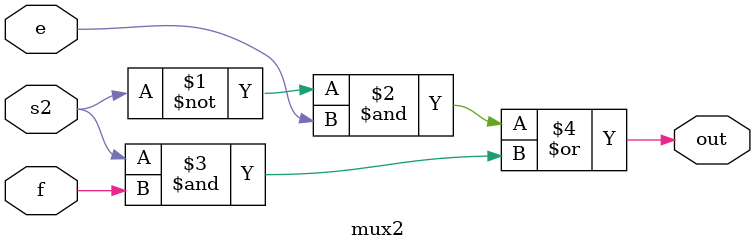
<source format=v>
module mux2(e,f,s2,out);
  input e,f,s2;
  output out;
  assign out=((~s2)&e)|((s2)&f);
endmodule

</source>
